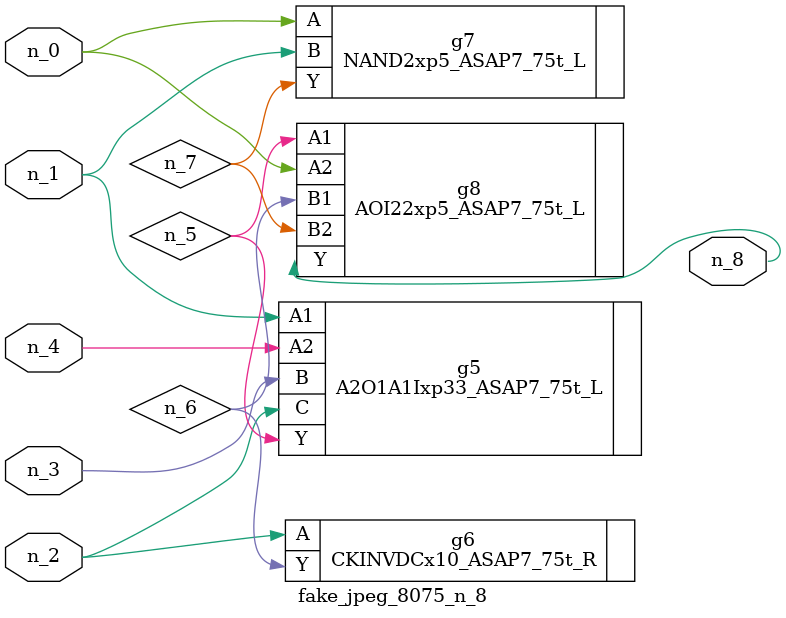
<source format=v>
module fake_jpeg_8075_n_8 (n_3, n_2, n_1, n_0, n_4, n_8);

input n_3;
input n_2;
input n_1;
input n_0;
input n_4;

output n_8;

wire n_6;
wire n_5;
wire n_7;

A2O1A1Ixp33_ASAP7_75t_L g5 ( 
.A1(n_1),
.A2(n_4),
.B(n_3),
.C(n_2),
.Y(n_5)
);

CKINVDCx10_ASAP7_75t_R g6 ( 
.A(n_2),
.Y(n_6)
);

NAND2xp5_ASAP7_75t_L g7 ( 
.A(n_0),
.B(n_1),
.Y(n_7)
);

AOI22xp5_ASAP7_75t_L g8 ( 
.A1(n_5),
.A2(n_0),
.B1(n_6),
.B2(n_7),
.Y(n_8)
);


endmodule
</source>
